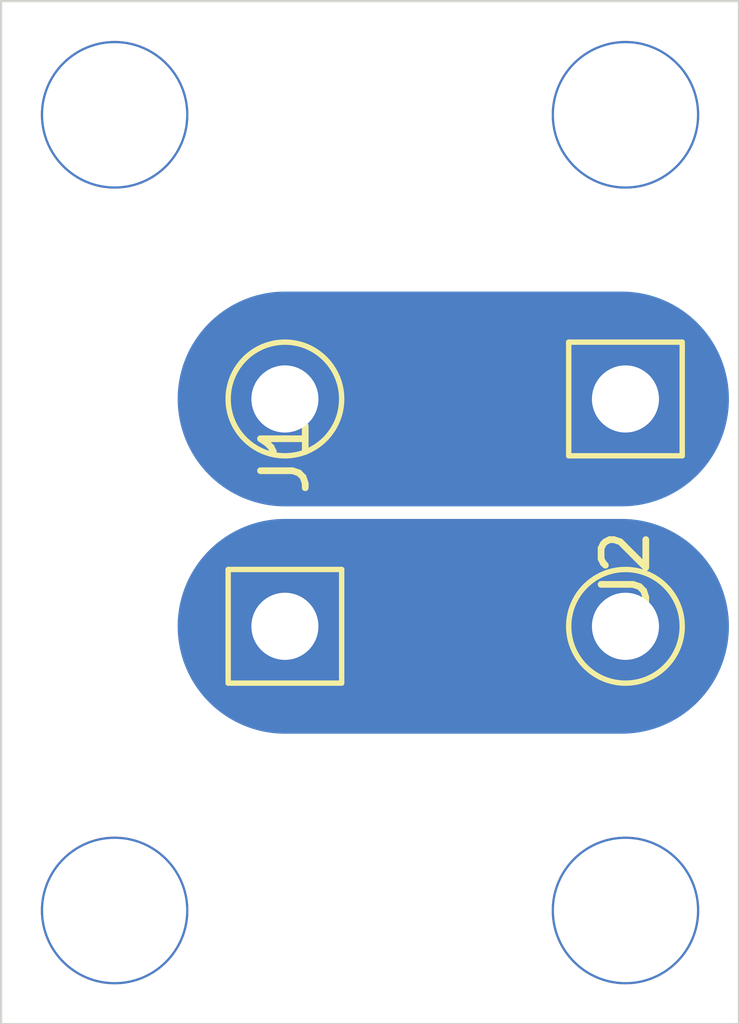
<source format=kicad_pcb>
(kicad_pcb (version 20171130) (host pcbnew "(5.1.6)-1")

  (general
    (thickness 1.6)
    (drawings 4)
    (tracks 6)
    (zones 0)
    (modules 2)
    (nets 3)
  )

  (page A4)
  (layers
    (0 F.Cu signal)
    (31 B.Cu signal)
    (32 B.Adhes user)
    (33 F.Adhes user)
    (34 B.Paste user)
    (35 F.Paste user)
    (36 B.SilkS user)
    (37 F.SilkS user)
    (38 B.Mask user)
    (39 F.Mask user)
    (40 Dwgs.User user)
    (41 Cmts.User user)
    (42 Eco1.User user)
    (43 Eco2.User user)
    (44 Edge.Cuts user)
    (45 Margin user)
    (46 B.CrtYd user)
    (47 F.CrtYd user)
    (48 B.Fab user)
    (49 F.Fab user)
  )

  (setup
    (last_trace_width 4.8)
    (user_trace_width 4.8)
    (trace_clearance 0.2)
    (zone_clearance 0.508)
    (zone_45_only no)
    (trace_min 0.2)
    (via_size 0.8)
    (via_drill 0.4)
    (via_min_size 0.4)
    (via_min_drill 0.3)
    (user_via 3.3 3.2)
    (uvia_size 0.3)
    (uvia_drill 0.1)
    (uvias_allowed no)
    (uvia_min_size 0.2)
    (uvia_min_drill 0.1)
    (edge_width 0.05)
    (segment_width 0.2)
    (pcb_text_width 0.3)
    (pcb_text_size 1.5 1.5)
    (mod_edge_width 0.12)
    (mod_text_size 1 1)
    (mod_text_width 0.15)
    (pad_size 3.3 3.3)
    (pad_drill 1.5)
    (pad_to_mask_clearance 0.05)
    (aux_axis_origin 0 0)
    (visible_elements FFFFFF7F)
    (pcbplotparams
      (layerselection 0x01000_fffffffe)
      (usegerberextensions false)
      (usegerberattributes true)
      (usegerberadvancedattributes true)
      (creategerberjobfile false)
      (excludeedgelayer true)
      (linewidth 0.100000)
      (plotframeref false)
      (viasonmask false)
      (mode 1)
      (useauxorigin false)
      (hpglpennumber 1)
      (hpglpenspeed 20)
      (hpglpendiameter 15.000000)
      (psnegative false)
      (psa4output false)
      (plotreference true)
      (plotvalue true)
      (plotinvisibletext false)
      (padsonsilk false)
      (subtractmaskfromsilk false)
      (outputformat 1)
      (mirror false)
      (drillshape 0)
      (scaleselection 1)
      (outputdirectory ""))
  )

  (net 0 "")
  (net 1 "Net-(J1-Pad1)")
  (net 2 "Net-(J1-Pad2)")

  (net_class Default "This is the default net class."
    (clearance 0.2)
    (trace_width 0.25)
    (via_dia 0.8)
    (via_drill 0.4)
    (uvia_dia 0.3)
    (uvia_drill 0.1)
    (add_net "Net-(J1-Pad1)")
    (add_net "Net-(J1-Pad2)")
  )

  (module cnc3018-PCB:mySkip1 (layer F.Cu) (tedit 62549BF7) (tstamp 6254F5E1)
    (at 6.35 -8.89 90)
    (path /62549B44)
    (fp_text reference J1 (at 3.81 0 90) (layer F.SilkS)
      (effects (font (size 1 1) (thickness 0.15)))
    )
    (fp_text value Conn_01x02 (at -2.54 0 90) (layer F.Fab)
      (effects (font (size 1 1) (thickness 0.15)))
    )
    (fp_circle (center 5.08 0) (end 5.08 -1.27) (layer F.SilkS) (width 0.12))
    (fp_line (start 1.27 1.27) (end -1.27 1.27) (layer F.SilkS) (width 0.12))
    (fp_line (start 1.27 -1.27) (end 1.27 1.27) (layer F.SilkS) (width 0.12))
    (fp_line (start -1.27 -1.27) (end 1.27 -1.27) (layer F.SilkS) (width 0.12))
    (fp_line (start -1.27 -1.27) (end -1.27 1.27) (layer F.SilkS) (width 0.12))
    (pad 1 thru_hole circle (at 0 0 90) (size 3.3 3.3) (drill 1.5) (layers *.Cu *.Mask)
      (net 1 "Net-(J1-Pad1)"))
    (pad 2 thru_hole circle (at 5.08 0 90) (size 3.3 3.3) (drill 1.5) (layers *.Cu *.Mask)
      (net 2 "Net-(J1-Pad2)"))
  )

  (module cnc3018-PCB:mySkip1 (layer F.Cu) (tedit 613E2244) (tstamp 6254F5EC)
    (at 13.97 -13.97 270)
    (path /62549EB7)
    (fp_text reference J2 (at 3.81 0 90) (layer F.SilkS)
      (effects (font (size 1 1) (thickness 0.15)))
    )
    (fp_text value Conn_01x02 (at -2.54 0 90) (layer F.Fab)
      (effects (font (size 1 1) (thickness 0.15)))
    )
    (fp_line (start -1.27 -1.27) (end -1.27 1.27) (layer F.SilkS) (width 0.12))
    (fp_line (start -1.27 -1.27) (end 1.27 -1.27) (layer F.SilkS) (width 0.12))
    (fp_line (start 1.27 -1.27) (end 1.27 1.27) (layer F.SilkS) (width 0.12))
    (fp_line (start 1.27 1.27) (end -1.27 1.27) (layer F.SilkS) (width 0.12))
    (fp_circle (center 5.08 0) (end 5.08 -1.27) (layer F.SilkS) (width 0.12))
    (pad 2 thru_hole circle (at 5.08 0 270) (size 3.3 3.3) (drill 1.5) (layers *.Cu *.Mask)
      (net 1 "Net-(J1-Pad1)"))
    (pad 1 thru_hole circle (at 0 0 270) (size 3.3 3.3) (drill 1.5) (layers *.Cu *.Mask)
      (net 2 "Net-(J1-Pad2)"))
  )

  (gr_line (start 0 -22.86) (end 0 0) (layer Edge.Cuts) (width 0.05))
  (gr_line (start 16.51 -22.86) (end 0 -22.86) (layer Edge.Cuts) (width 0.05))
  (gr_line (start 16.51 0) (end 16.51 -22.86) (layer Edge.Cuts) (width 0.05))
  (gr_line (start 0 0) (end 16.51 0) (layer Edge.Cuts) (width 0.05))

  (via (at 2.54 -20.32) (size 3.3) (drill 3.2) (layers F.Cu B.Cu) (net 0))
  (via (at 13.97 -20.32) (size 3.3) (drill 3.2) (layers F.Cu B.Cu) (net 0))
  (via (at 13.97 -2.54) (size 3.3) (drill 3.2) (layers F.Cu B.Cu) (net 0))
  (via (at 2.54 -2.54) (size 3.3) (drill 3.2) (layers F.Cu B.Cu) (net 0))
  (segment (start 6.35 -8.89) (end 13.88499 -8.89) (width 4.8) (layer B.Cu) (net 1))
  (segment (start 6.35 -13.97) (end 13.88499 -13.97) (width 4.8) (layer B.Cu) (net 2))

)

</source>
